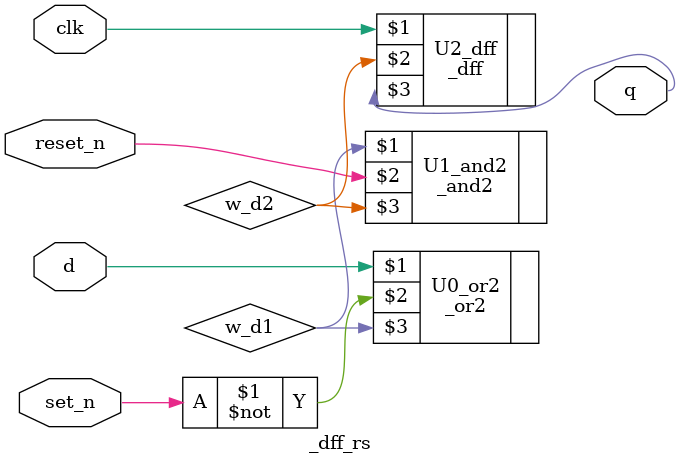
<source format=v>
module _dff_rs(clk, set_n, reset_n, d, q); //set/resettable d flip-flop module
	input		clk, set_n, reset_n, d;
	output	q;
	
	wire		w_d1, w_d2;
	
	//struct set/resettable d flip-flop
	_or2		U0_or2	(d, ~set_n, w_d1);
	_and2		U1_and2	(w_d1, reset_n, w_d2);
	_dff		U2_dff	(clk, w_d2, q);
endmodule  
</source>
